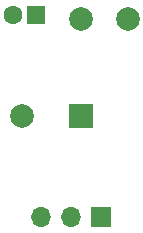
<source format=gbr>
%TF.GenerationSoftware,KiCad,Pcbnew,(5.1.9)-1*%
%TF.CreationDate,2021-02-17T20:09:15+00:00*%
%TF.ProjectId,TMBuck,544d4275-636b-42e6-9b69-6361645f7063,rev?*%
%TF.SameCoordinates,Original*%
%TF.FileFunction,Soldermask,Bot*%
%TF.FilePolarity,Negative*%
%FSLAX46Y46*%
G04 Gerber Fmt 4.6, Leading zero omitted, Abs format (unit mm)*
G04 Created by KiCad (PCBNEW (5.1.9)-1) date 2021-02-17 20:09:15*
%MOMM*%
%LPD*%
G01*
G04 APERTURE LIST*
%ADD10C,1.600000*%
%ADD11R,1.600000X1.600000*%
%ADD12C,2.000000*%
%ADD13R,2.000000X2.000000*%
%ADD14O,1.700000X1.700000*%
%ADD15R,1.700000X1.700000*%
G04 APERTURE END LIST*
D10*
%TO.C,C1*%
X113390000Y-87470000D03*
D11*
X115390000Y-87470000D03*
%TD*%
D12*
%TO.C,C2*%
X114140000Y-96040000D03*
D13*
X119140000Y-96040000D03*
%TD*%
D14*
%TO.C,J1*%
X115775000Y-104610000D03*
X118315000Y-104610000D03*
D15*
X120855000Y-104610000D03*
%TD*%
D12*
%TO.C,L1*%
X119170000Y-87840000D03*
X123170000Y-87840000D03*
%TD*%
M02*

</source>
